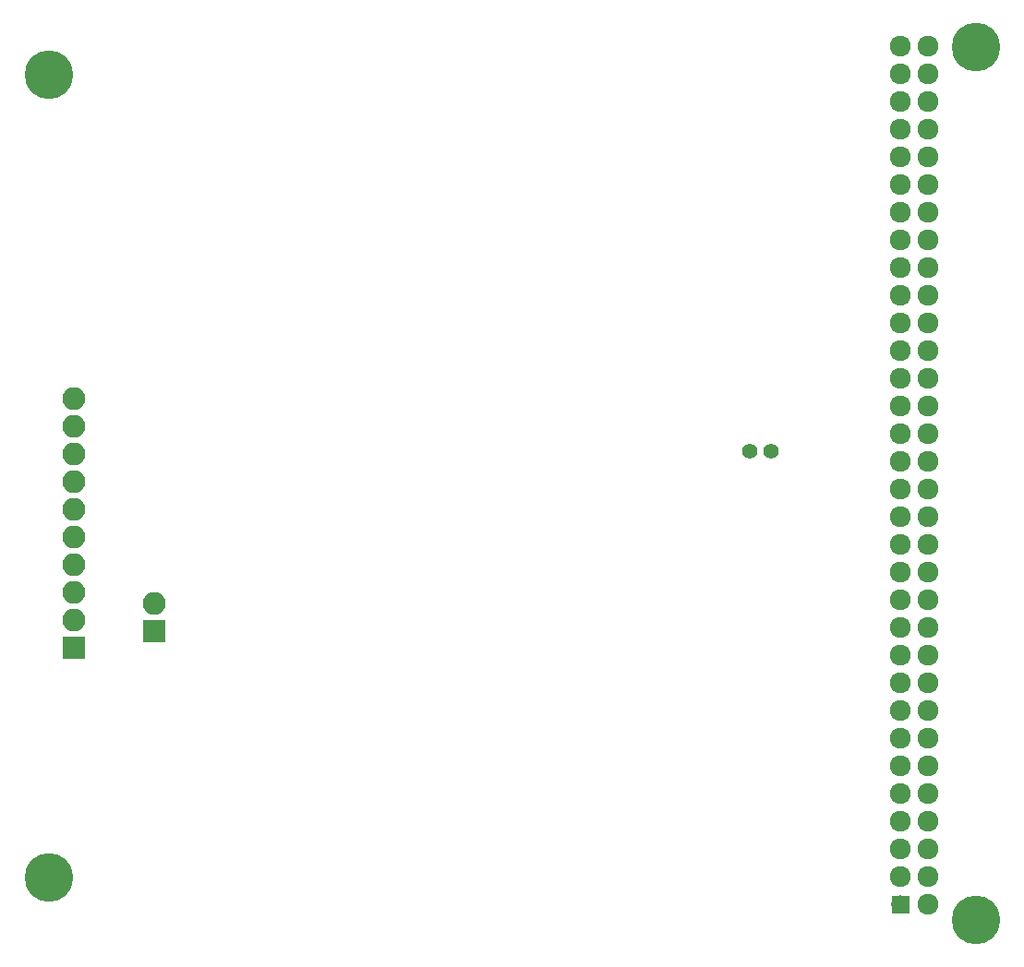
<source format=gbs>
G04 #@! TF.GenerationSoftware,KiCad,Pcbnew,(5.1.2)-1*
G04 #@! TF.CreationDate,2019-06-18T12:55:33-03:00*
G04 #@! TF.ProjectId,pcb_v1,7063625f-7631-42e6-9b69-6361645f7063,rev?*
G04 #@! TF.SameCoordinates,Original*
G04 #@! TF.FileFunction,Soldermask,Bot*
G04 #@! TF.FilePolarity,Negative*
%FSLAX46Y46*%
G04 Gerber Fmt 4.6, Leading zero omitted, Abs format (unit mm)*
G04 Created by KiCad (PCBNEW (5.1.2)-1) date 2019-06-18 12:55:33*
%MOMM*%
%LPD*%
G04 APERTURE LIST*
%ADD10C,4.464000*%
%ADD11C,1.400000*%
%ADD12C,1.664000*%
%ADD13C,0.100000*%
%ADD14C,1.924000*%
%ADD15R,2.100000X2.100000*%
%ADD16O,2.100000X2.100000*%
G04 APERTURE END LIST*
D10*
X140090000Y-55080000D03*
X55080000Y-57620000D03*
X55080000Y-131280000D03*
X140090000Y-135150000D03*
D11*
X119380000Y-92202000D03*
X121280000Y-92202000D03*
D12*
X133190000Y-133770000D03*
D13*
G36*
X134022000Y-134602000D02*
G01*
X132358000Y-134602000D01*
X132358000Y-132938000D01*
X134022000Y-132938000D01*
X134022000Y-134602000D01*
X134022000Y-134602000D01*
G37*
D14*
X133190000Y-131230000D03*
X133190000Y-128690000D03*
X133190000Y-126150000D03*
X133190000Y-123610000D03*
X133190000Y-121070000D03*
X133190000Y-118530000D03*
X133190000Y-115990000D03*
X133190000Y-113450000D03*
X133190000Y-110910000D03*
X133190000Y-108370000D03*
X133190000Y-105830000D03*
X133190000Y-103290000D03*
X133190000Y-100750000D03*
X133190000Y-98210000D03*
X133190000Y-95670000D03*
X133190000Y-93130000D03*
X133190000Y-90590000D03*
X133190000Y-88050000D03*
X133190000Y-85510000D03*
X133190000Y-82970000D03*
X133190000Y-80430000D03*
X133190000Y-77890000D03*
X133190000Y-75350000D03*
X133190000Y-72810000D03*
X133190000Y-70270000D03*
X133190000Y-67730000D03*
X133190000Y-65190000D03*
X133190000Y-62650000D03*
X133190000Y-60110000D03*
X133190000Y-57570000D03*
X133190000Y-55030000D03*
X135730000Y-133770000D03*
X135730000Y-131230000D03*
X135730000Y-128690000D03*
X135730000Y-126150000D03*
X135730000Y-123610000D03*
X135730000Y-121070000D03*
X135730000Y-118530000D03*
X135730000Y-115990000D03*
X135730000Y-113450000D03*
X135730000Y-110910000D03*
X135730000Y-108370000D03*
X135730000Y-105830000D03*
X135730000Y-103290000D03*
X135730000Y-100750000D03*
X135730000Y-98210000D03*
X135730000Y-95670000D03*
X135730000Y-93130000D03*
X135730000Y-90590000D03*
X135730000Y-88050000D03*
X135730000Y-85510000D03*
X135730000Y-82970000D03*
X135730000Y-80430000D03*
X135730000Y-77890000D03*
X135730000Y-75350000D03*
X135730000Y-72810000D03*
X135730000Y-70270000D03*
X135730000Y-67730000D03*
X135730000Y-65190000D03*
X135730000Y-62650000D03*
X135730000Y-60110000D03*
X135730000Y-57570000D03*
X135730000Y-55030000D03*
D15*
X57404000Y-110236000D03*
D16*
X57404000Y-107696000D03*
X57404000Y-105156000D03*
X57404000Y-102616000D03*
X57404000Y-100076000D03*
X57404000Y-97536000D03*
X57404000Y-94996000D03*
X57404000Y-92456000D03*
X57404000Y-89916000D03*
X57404000Y-87376000D03*
D15*
X64770000Y-108712000D03*
D16*
X64770000Y-106172000D03*
M02*

</source>
